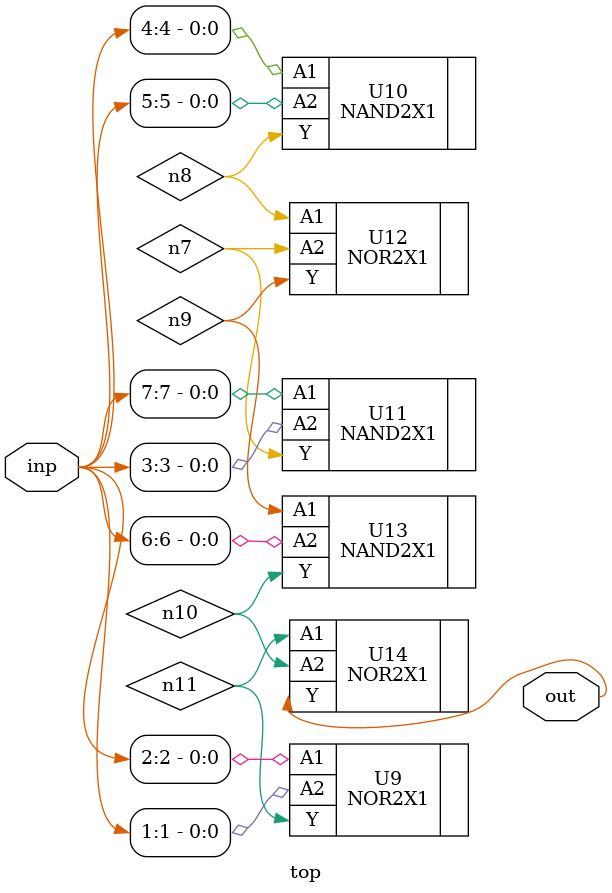
<source format=sv>


module top ( inp, out );
  input [7:0] inp;
  output out;
  wire   n7, n8, n9, n10, n11;

  NOR2X1 U9 ( .A1(inp[2]), .A2(inp[1]), .Y(n11) );
  NAND2X1 U10 ( .A1(inp[4]), .A2(inp[5]), .Y(n8) );
  NAND2X1 U11 ( .A1(inp[7]), .A2(inp[3]), .Y(n7) );
  NOR2X1 U12 ( .A1(n8), .A2(n7), .Y(n9) );
  NAND2X1 U13 ( .A1(n9), .A2(inp[6]), .Y(n10) );
  NOR2X1 U14 ( .A1(n11), .A2(n10), .Y(out) );
endmodule


</source>
